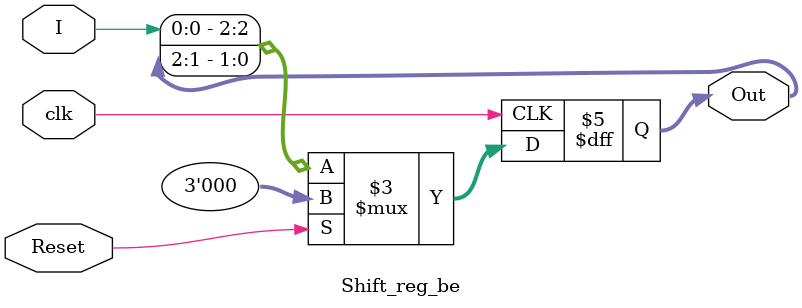
<source format=v>
`timescale 1ns / 1ps
module Shift_reg_be(
    input I,
    input clk,
    input Reset ,
    output reg [2:0] Out
    );

always @  (posedge clk )
	if(Reset)
	Out <= 0;
	else 
	Out <= {I , Out[2:1] };
endmodule

</source>
